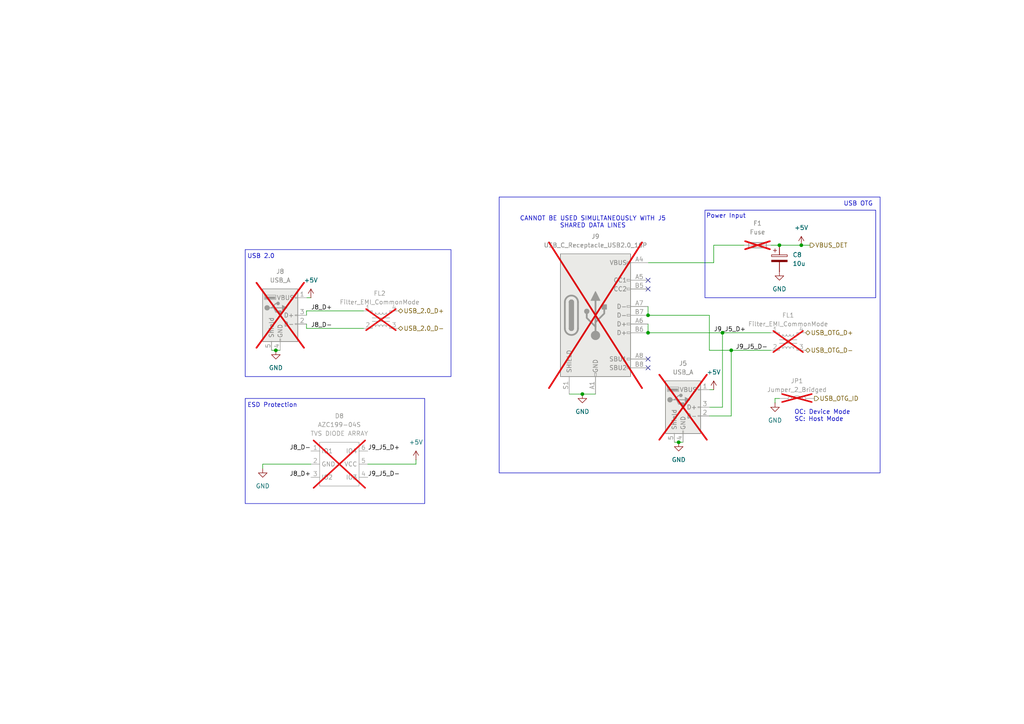
<source format=kicad_sch>
(kicad_sch (version 20250114) (generator "eeschema") (generator_version "9.0")
  (paper "A4")
  (title_block (title "LTE Link") (rev "v0.1") (company "UBCO Aerospace") (comment 1 "Author: Felix Perron"))
  (lib_symbols
    (symbol "Connector:USB_A" (pin_names (offset 1.016))
      (property "Reference" "J5" (at 0 12.7 0))
      (property "Value" "USB_A" (at 0 10.16 0))
      (symbol "USB_A_0_1"
        (rectangle (start -5.08 -7.62) (end 5.08 7.62) (stroke (width 0.254)) (fill (type background)))
        (circle (center -3.81 2.159) (radius 0.635) (stroke (width 0.254)) (fill (type outline)))
        (polyline (pts (xy -3.175 2.159) (xy -2.54 2.159) (xy -1.27 3.429) (xy -0.635 3.429)) (stroke (width 0.254)))
        (polyline (pts (xy -2.54 2.159) (xy -1.905 2.159) (xy -1.27 0.889) (xy 0 0.889)) (stroke (width 0.254)))
        (rectangle (start -1.524 4.826) (end -4.318 5.334) (fill (type outline)))
        (rectangle (start -1.27 4.572) (end -4.572 5.842))
        (circle (center -0.635 3.429) (radius 0.381) (stroke (width 0.254)) (fill (type outline)))
        (rectangle (start -0.127 -7.62) (end 0.127 -6.858))
        (rectangle (start 0.254 1.27) (end -0.508 0.508) (stroke (width 0.254)) (fill (type outline)))
        (polyline (pts (xy 0.635 2.794) (xy 0.635 1.524) (xy 1.905 2.159) (xy 0.635 2.794)) (stroke (width 0.254)) (fill (type outline)))
        (rectangle (start 5.08 4.953) (end 4.318 5.207))
        (rectangle (start 5.08 -0.127) (end 4.318 0.127))
        (rectangle (start 5.08 -2.667) (end 4.318 -2.413))
      )
      (symbol "USB_A_1_1"
        (polyline (pts (xy -1.905 2.159) (xy 0.635 2.159)) (stroke (width 0.254)))
        (pin passive line (at -2.54 -10.16 90) (length 2.54) (name "Shield") (number "5"))
        (pin power_in line (at 0 -10.16 90) (length 2.54) (name "GND") (number "4"))
        (pin power_in line (at 7.62 5.08 180) (length 2.54) (name "VBUS") (number "1"))
        (pin bidirectional line (at 7.62 0 180) (length 2.54) (name "D+") (number "3"))
        (pin bidirectional line (at 7.62 -2.54 180) (length 2.54) (name "D-") (number "2"))
      )
    )
    (symbol "Connector:USB_C_Receptacle_USB2.0_16P" (pin_names (offset 1.016))
      (property "Reference" "J9" (at 0 22.86 0))
      (property "Value" "USB_C_Receptacle_USB2.0_16P" (at 0 20.32 0))
      (symbol "USB_C_Receptacle_USB2.0_16P_0_0"
        (rectangle (start -0.254 -17.78) (end 0.254 -16.764))
        (rectangle (start 10.16 15.494) (end 9.144 14.986))
        (rectangle (start 10.16 10.414) (end 9.144 9.906))
        (rectangle (start 10.16 7.874) (end 9.144 7.366))
        (rectangle (start 10.16 2.794) (end 9.144 2.286))
        (rectangle (start 10.16 0.254) (end 9.144 -0.254))
        (rectangle (start 10.16 -2.286) (end 9.144 -2.794))
        (rectangle (start 10.16 -4.826) (end 9.144 -5.334))
        (rectangle (start 10.16 -12.446) (end 9.144 -12.954))
        (rectangle (start 10.16 -14.986) (end 9.144 -15.494))
      )
      (symbol "USB_C_Receptacle_USB2.0_16P_0_1"
        (rectangle (start -10.16 17.78) (end 10.16 -17.78) (stroke (width 0.254)) (fill (type background)))
        (polyline (pts (xy -8.89 -3.81) (xy -8.89 3.81)) (stroke (width 0.508)))
        (rectangle (start -7.62 -3.81) (end -6.35 3.81) (stroke (width 0.254)) (fill (type outline)))
        (arc (start -7.62 3.81) (mid -6.985 4.4423) (end -6.35 3.81) (stroke (width 0.254)))
        (arc (start -7.62 3.81) (mid -6.985 4.4423) (end -6.35 3.81) (stroke (width 0.254)) (fill (type outline)))
        (arc (start -8.89 3.81) (mid -6.985 5.7067) (end -5.08 3.81) (stroke (width 0.508)))
        (arc (start -5.08 -3.81) (mid -6.985 -5.7067) (end -8.89 -3.81) (stroke (width 0.508)))
        (arc (start -6.35 -3.81) (mid -6.985 -4.4423) (end -7.62 -3.81) (stroke (width 0.254)))
        (arc (start -6.35 -3.81) (mid -6.985 -4.4423) (end -7.62 -3.81) (stroke (width 0.254)) (fill (type outline)))
        (polyline (pts (xy -5.08 3.81) (xy -5.08 -3.81)) (stroke (width 0.508)))
        (circle (center -2.54 1.143) (radius 0.635) (stroke (width 0.254)) (fill (type outline)))
        (polyline (pts (xy -1.27 4.318) (xy 0 6.858) (xy 1.27 4.318) (xy -1.27 4.318)) (stroke (width 0.254)) (fill (type outline)))
        (polyline (pts (xy 0 -2.032) (xy 2.54 0.508) (xy 2.54 1.778)) (stroke (width 0.508)))
        (polyline (pts (xy 0 -3.302) (xy -2.54 -0.762) (xy -2.54 0.508)) (stroke (width 0.508)))
        (polyline (pts (xy 0 -5.842) (xy 0 4.318)) (stroke (width 0.508)))
        (circle (center 0 -5.842) (radius 1.27) (fill (type outline)))
        (rectangle (start 1.905 1.778) (end 3.175 3.048) (stroke (width 0.254)) (fill (type outline)))
      )
      (symbol "USB_C_Receptacle_USB2.0_16P_1_1"
        (pin passive line (at -7.62 -22.86 90) (length 5.08) (name "SHIELD") (number "S1"))
        (pin passive line (at 0 -22.86 90) (length 5.08) (name "GND") (number "A1"))
        (pin passive line (at 15.24 15.24 180) (length 5.08) (name "VBUS") (number "A4"))
        (pin bidirectional line (at 15.24 10.16 180) (length 5.08) (name "CC1") (number "A5"))
        (pin bidirectional line (at 15.24 7.62 180) (length 5.08) (name "CC2") (number "B5"))
        (pin bidirectional line (at 15.24 2.54 180) (length 5.08) (name "D-") (number "A7"))
        (pin bidirectional line (at 15.24 0 180) (length 5.08) (name "D-") (number "B7"))
        (pin bidirectional line (at 15.24 -2.54 180) (length 5.08) (name "D+") (number "A6"))
        (pin bidirectional line (at 15.24 -5.08 180) (length 5.08) (name "D+") (number "B6"))
        (pin bidirectional line (at 15.24 -12.7 180) (length 5.08) (name "SBU1") (number "A8"))
        (pin bidirectional line (at 15.24 -15.24 180) (length 5.08) (name "SBU2") (number "B8"))
      )
    )
    (symbol "Device:C_Polarized" (pin_numbers (hide yes)) (pin_names (offset 0.254))
      (property "Reference" "C" (at 0.635 2.54 0))
      (property "Value" "C_Polarized" (at 0.635 -2.54 0))
      (symbol "C_Polarized_0_1"
        (rectangle (start -2.286 0.508) (end 2.286 1.016))
        (polyline (pts (xy -1.778 2.286) (xy -0.762 2.286)))
        (polyline (pts (xy -1.27 2.794) (xy -1.27 1.778)))
        (rectangle (start 2.286 -0.508) (end -2.286 -1.016) (fill (type outline)))
      )
      (symbol "C_Polarized_1_1"
        (pin passive line (at 0 3.81 270) (length 2.794) (name "~") (number "1"))
        (pin passive line (at 0 -3.81 90) (length 2.794) (name "~") (number "2"))
      )
    )
    (symbol "Device:Fuse" (pin_numbers (hide yes)) (pin_names (offset 0))
      (property "Reference" "F" (at 2.032 0 90))
      (property "Value" "Fuse" (at -1.905 0 90))
      (symbol "Fuse_0_1"
        (rectangle (start -0.762 -2.54) (end 0.762 2.54) (stroke (width 0.254)))
        (polyline (pts (xy 0 2.54) (xy 0 -2.54)))
      )
      (symbol "Fuse_1_1"
        (pin passive line (at 0 3.81 270) (length 1.27) (name "~") (number "1"))
        (pin passive line (at 0 -3.81 90) (length 1.27) (name "~") (number "2"))
      )
    )
    (symbol "Filter_EMI_CommonMode_1" (pin_names (offset 0.254) (hide yes))
      (property "Reference" "FL2" (at -0.381 7.62 0))
      (property "Value" "Filter_EMI_CommonMode" (at -0.381 5.08 0))
      (symbol "Filter_EMI_CommonMode_1_0_1"
        (polyline (pts (xy -2.54 2.032) (xy -2.54 2.54)))
        (polyline (pts (xy -2.54 0.508) (xy 2.54 0.508)))
        (polyline (pts (xy -2.54 -2.032) (xy -2.54 -2.54)))
        (arc (start -1.524 2.032) (mid -2.032 1.5262) (end -2.54 2.032))
        (arc (start -2.54 -2.032) (mid -2.032 -1.5262) (end -1.524 -2.032))
        (arc (start -0.508 2.032) (mid -1.016 1.5262) (end -1.524 2.032))
        (arc (start -1.524 -2.032) (mid -1.016 -1.5262) (end -0.508 -2.032))
        (arc (start 0.508 2.032) (mid 0 1.5262) (end -0.508 2.032))
        (arc (start -0.508 -2.032) (mid 0 -1.5262) (end 0.508 -2.032))
        (arc (start 1.524 2.032) (mid 1.016 1.5262) (end 0.508 2.032))
        (arc (start 0.508 -2.032) (mid 1.016 -1.5262) (end 1.524 -2.032))
        (arc (start 2.54 2.032) (mid 2.032 1.5262) (end 1.524 2.032))
        (arc (start 1.524 -2.032) (mid 2.032 -1.5262) (end 2.54 -2.032))
        (polyline (pts (xy 2.54 2.54) (xy 2.54 2.032)))
        (polyline (pts (xy 2.54 -0.508) (xy -2.54 -0.508)))
        (polyline (pts (xy 2.54 -2.032) (xy 2.54 -2.54)))
      )
      (symbol "Filter_EMI_CommonMode_1_1_1"
        (pin passive line (at -5.08 2.54 0) (length 2.54) (name "1") (number "1"))
        (pin passive line (at -5.08 -2.54 0) (length 2.54) (name "2") (number "2"))
        (pin passive line (at 5.08 2.54 180) (length 2.54) (name "4") (number "4"))
        (pin passive line (at 5.08 -2.54 180) (length 2.54) (name "3") (number "3"))
      )
    )
    (symbol "Jumper:Jumper_2_Bridged" (pin_numbers (hide yes)) (pin_names (offset 0) (hide yes))
      (property "Reference" "JP" (at 0 1.905 0))
      (property "Value" "Jumper_2_Bridged" (at 0 -2.54 0))
      (symbol "Jumper_2_Bridged_0_0"
        (circle (center -2.032 0) (radius 0.508))
        (circle (center 2.032 0) (radius 0.508))
      )
      (symbol "Jumper_2_Bridged_0_1"
        (arc (start -1.524 0.254) (mid 0 0.762) (end 1.524 0.254))
      )
      (symbol "Jumper_2_Bridged_1_1"
        (pin passive line (at -5.08 0 0) (length 2.54) (name "A") (number "1"))
        (pin passive line (at 5.08 0 180) (length 2.54) (name "B") (number "2"))
      )
    )
    (symbol "LTELink:TVS DIODE ARRAY"
      (property "Reference" "D" (at -3.302 0 0))
      (property "Value" "AZC199-04S" (at 2.54 -18.542 0))
      (property "Description" "TVS DIODE ARRAY" (at 4.572 -16.002 0))
      (symbol "TVS DIODE ARRAY_0_0"
        (pin input line (at -6.35 -3.81 0) (length 2.54) (name "IO1") (number "1"))
      )
      (symbol "TVS DIODE ARRAY_0_1"
        (rectangle (start -3.81 -1.27) (end 7.62 -13.97))
      )
      (symbol "TVS DIODE ARRAY_1_0"
        (pin power_in line (at -6.35 -7.62 0) (length 2.54) (name "GND") (number "2"))
        (pin input line (at -6.35 -11.43 0) (length 2.54) (name "IO2") (number "3"))
        (pin input line (at 10.16 -3.81 180) (length 2.54) (name "IO4") (number "6"))
        (pin power_in line (at 10.16 -7.62 180) (length 2.54) (name "VCC") (number "5"))
        (pin input line (at 10.16 -11.43 180) (length 2.54) (name "IO3") (number "4"))
      )
    )
    (symbol "power:+5V" (power) (pin_numbers (hide yes)) (pin_names (offset 0) (hide yes))
      (property "Value" "+5V" (at 0 3.556 0))
      (symbol "+5V_0_1"
        (polyline (pts (xy -0.762 1.27) (xy 0 2.54)))
        (polyline (pts (xy 0 2.54) (xy 0.762 1.27)))
        (polyline (pts (xy 0 0) (xy 0 2.54)))
      )
      (symbol "+5V_1_1"
        (pin power_in line (at 0 0 90) (length 0) (name "~") (number "1"))
      )
    )
    (symbol "power:GND" (power) (pin_numbers (hide yes)) (pin_names (offset 0) (hide yes))
      (property "Value" "GND" (at 0 -3.81 0))
      (symbol "GND_0_1"
        (polyline (pts (xy 0 0) (xy 0 -1.27) (xy 1.27 -1.27) (xy 0 -2.54) (xy -1.27 -1.27) (xy 0 -1.27)))
      )
      (symbol "GND_1_1"
        (pin power_in line (at 0 0 270) (length 0) (name "~") (number "1"))
      )
    )
  )
  (rectangle (start 204.47 60.96) (end 254 86.36))
  (rectangle (start 71.12 72.39) (end 130.81 109.22))
  (rectangle (start 144.78 57.15) (end 255.27 137.16))
  (rectangle (start 71.12 115.57) (end 123.19 146.05))
  (text "USB OTG" (at 248.92 59.182 0) (effects (font (size 1.27 1.27))))
  (text "USB 2.0" (at 75.692 74.422 0) (effects (font (size 1.27 1.27))))
  (text "ESD Protection" (at 78.994 117.602 0) (effects (font (size 1.27 1.27))))
  (text "Power Input" (at 210.566 62.738 0) (effects (font (size 1.27 1.27))))
  (text "OC: Device Mode\nSC: Host Mode" (at 230.378 120.65 0) (effects (font (size 1.27 1.27)) (justify left)))
  (text "CANNOT BE USED SIMULTANEOUSLY WITH J5\nSHARED DATA LINES" (at 171.958 64.516 0) (effects (font (size 1.27 1.27))))
  (junction (at 209.55 96.52))
  (junction (at 232.41 71.12))
  (junction (at 187.96 96.52))
  (junction (at 226.06 71.12))
  (junction (at 196.85 128.27))
  (junction (at 212.09 101.6))
  (junction (at 168.91 114.3))
  (junction (at 80.01 101.6))
  (junction (at 187.96 91.44))
  (no_connect (at 187.96 106.68))
  (no_connect (at 187.96 104.14))
  (no_connect (at 187.96 83.82))
  (no_connect (at 187.96 81.28))
  (wire (pts (xy 88.9 90.17) (xy 88.9 91.44)))
  (wire (pts (xy 187.96 91.44) (xy 205.74 91.44)))
  (wire (pts (xy 78.74 101.6) (xy 80.01 101.6)))
  (wire (pts (xy 168.91 114.3) (xy 172.72 114.3)))
  (wire (pts (xy 90.17 86.36) (xy 88.9 86.36)))
  (wire (pts (xy 165.1 114.3) (xy 168.91 114.3)))
  (wire (pts (xy 76.2 134.62) (xy 90.17 134.62)))
  (wire (pts (xy 88.9 95.25) (xy 88.9 93.98)))
  (wire (pts (xy 207.01 113.03) (xy 205.74 113.03)))
  (wire (pts (xy 226.06 71.12) (xy 232.41 71.12)))
  (wire (pts (xy 205.74 91.44) (xy 205.74 101.6)))
  (wire (pts (xy 226.06 115.57) (xy 224.79 115.57)))
  (wire (pts (xy 209.55 118.11) (xy 209.55 96.52)))
  (wire (pts (xy 212.09 120.65) (xy 212.09 101.6)))
  (wire (pts (xy 209.55 96.52) (xy 223.52 96.52)))
  (wire (pts (xy 205.74 101.6) (xy 212.09 101.6)))
  (wire (pts (xy 205.74 120.65) (xy 212.09 120.65)))
  (wire (pts (xy 187.96 88.9) (xy 187.96 91.44)))
  (wire (pts (xy 105.41 95.25) (xy 88.9 95.25)))
  (wire (pts (xy 106.68 134.62) (xy 120.65 134.62)))
  (wire (pts (xy 80.01 101.6) (xy 81.28 101.6)))
  (wire (pts (xy 205.74 118.11) (xy 209.55 118.11)))
  (wire (pts (xy 224.79 115.57) (xy 224.79 116.84)))
  (wire (pts (xy 120.65 134.62) (xy 120.65 133.35)))
  (wire (pts (xy 88.9 90.17) (xy 105.41 90.17)))
  (wire (pts (xy 232.41 71.12) (xy 234.95 71.12)))
  (wire (pts (xy 187.96 96.52) (xy 209.55 96.52)))
  (wire (pts (xy 187.96 93.98) (xy 187.96 96.52)))
  (wire (pts (xy 76.2 135.89) (xy 76.2 134.62)))
  (wire (pts (xy 195.58 128.27) (xy 196.85 128.27)))
  (wire (pts (xy 212.09 101.6) (xy 223.52 101.6)))
  (wire (pts (xy 196.85 128.27) (xy 198.12 128.27)))
  (wire (pts (xy 223.52 71.12) (xy 226.06 71.12)))
  (wire (pts (xy 207.01 76.2) (xy 207.01 71.12)))
  (wire (pts (xy 187.96 76.2) (xy 207.01 76.2)))
  (wire (pts (xy 207.01 71.12) (xy 215.9 71.12)))
  (label "J9_J5_D-" (at 106.68 138.43 0))
  (label "J8_D+" (at 90.17 138.43 180))
  (label "J8_D-" (at 90.17 130.81 180))
  (label "J8_D-" (at 90.17 95.25 0))
  (label "J8_D+" (at 90.17 90.17 0))
  (label "J9_J5_D-" (at 213.36 101.6 0))
  (label "J9_J5_D+" (at 207.01 96.52 0))
  (label "J9_J5_D+" (at 106.68 130.81 0))
  (hierarchical_label "USB_2.0_D-" (shape bidirectional) (at 115.57 95.25 0))
  (hierarchical_label "USB_2.0_D+" (shape bidirectional) (at 115.57 90.17 0))
  (hierarchical_label "VBUS_DET" (shape output) (at 234.95 71.12 0))
  (hierarchical_label "USB_OTG_ID" (shape output) (at 236.22 115.57 0))
  (hierarchical_label "USB_OTG_D+" (shape bidirectional) (at 233.68 96.52 0))
  (hierarchical_label "USB_OTG_D-" (shape bidirectional) (at 233.68 101.6 0))
  (symbol (lib_id "power:GND") (at 76.2 135.89 0) (unit 1)
    (property "Reference" "#PWR058" (effects (hide yes)))
    (property "Value" "GND" (at 76.2 140.97 0))
    (property "Description" "Power symbol creates a global label with name \"GND\" , ground" (effects (hide yes)))
  )
  (symbol (lib_id "Connector:USB_C_Receptacle_USB2.0_16P") (at 172.72 91.44 0) (unit 1) (in_bom no) (dnp yes)
    (property "Reference" "J9" (at 172.72 68.58 0))
    (property "Value" "USB_C_Receptacle_USB2.0_16P" (at 172.72 71.12 0))
    (property "Footprint" "LTELink:USB-C-SMD_G-SWITCH_GT-USB-7010ASV" (effects (hide yes)))
    (property "Datasheet" "https://www.usb.org/sites/default/files/documents/usb_type-c.zip" (effects (hide yes)))
    (property "Description" "USB 2.0-only 16P Type-C Receptacle connector" (effects (hide yes)))
  )
  (symbol (lib_name "Filter_EMI_CommonMode_1") (lib_id "Device:Filter_EMI_CommonMode") (at 228.6 99.06 0) (unit 1) (in_bom no) (dnp yes)
    (property "Reference" "FL1" (at 228.6 91.44 0))
    (property "Value" "Filter_EMI_CommonMode" (at 228.6 93.98 0))
    (property "Footprint" "LTELink:FILTER-SMD_4P-L4.5-W3.2-TL_ACT45B" (effects (hide yes)))
    (property "Datasheet" "https://www.lcsc.com/datasheet/C88055.pdf" (effects (hide yes)))
    (property "Description" "EMI 2-inductor common mode filter" (effects (hide yes)))
  )
  (symbol (lib_id "power:+5V") (at 207.01 113.03 0) (unit 1)
    (property "Reference" "#PWR057" (effects (hide yes)))
    (property "Value" "+5V" (at 207.01 107.95 0))
    (property "Description" "Power symbol creates a global label with name \"+5V\"" (effects (hide yes)))
  )
  (symbol (lib_name "Filter_EMI_CommonMode_1") (lib_id "Device:Filter_EMI_CommonMode") (at 110.49 92.71 0) (unit 1) (in_bom no) (dnp yes)
    (property "Reference" "FL2" (at 110.109 85.09 0))
    (property "Value" "Filter_EMI_CommonMode" (at 110.109 87.63 0))
    (property "Footprint" "LTELink:FILTER-SMD_4P-L4.5-W3.2-TL_ACT45B" (effects (hide yes)))
    (property "Datasheet" "https://www.lcsc.com/datasheet/C88055.pdf" (effects (hide yes)))
    (property "Description" "EMI 2-inductor common mode filter" (effects (hide yes)))
  )
  (symbol (lib_id "Connector:USB_A") (at 81.28 91.44 0) (unit 1) (in_bom no) (dnp yes)
    (property "Reference" "J8" (at 81.28 78.74 0))
    (property "Value" "USB_A" (at 81.28 81.28 0))
    (property "Footprint" "LTELink:902131A1011D10100" (effects (hide yes)))
    (property "Description" "USB Type A connector" (effects (hide yes)))
  )
  (symbol (lib_id "Device:Fuse") (at 219.71 71.12 90) (unit 1) (in_bom no) (dnp yes)
    (property "Reference" "F1" (at 219.71 64.77 90))
    (property "Value" "Fuse" (at 219.71 67.31 90))
    (property "Footprint" "LTELink:F1206" (effects (hide yes)))
    (property "Description" "Fuse" (effects (hide yes)))
  )
  (symbol (lib_id "Connector:USB_A") (at 198.12 118.11 0) (unit 1) (in_bom no) (dnp yes)
    (property "Reference" "J5" (at 198.12 105.41 0))
    (property "Value" "USB_A" (at 198.12 107.95 0))
    (property "Footprint" "LTELink:902131A1011D10100" (effects (hide yes)))
    (property "Description" "USB Type A connector" (effects (hide yes)))
  )
  (symbol (lib_id "power:+5V") (at 232.41 71.12 0) (unit 1)
    (property "Reference" "#PWR065" (effects (hide yes)))
    (property "Value" "+5V" (at 232.41 66.04 0))
    (property "Description" "Power symbol creates a global label with name \"+5V\"" (effects (hide yes)))
  )
  (symbol (lib_id "power:GND") (at 226.06 78.74 0) (unit 1)
    (property "Reference" "#PWR064" (effects (hide yes)))
    (property "Value" "GND" (at 226.06 83.82 0))
    (property "Description" "Power symbol creates a global label with name \"GND\" , ground" (effects (hide yes)))
  )
  (symbol (lib_id "power:+5V") (at 120.65 133.35 0) (unit 1)
    (property "Reference" "#PWR066" (effects (hide yes)))
    (property "Value" "+5V" (at 120.65 128.27 0))
    (property "Description" "Power symbol creates a global label with name \"+5V\"" (effects (hide yes)))
  )
  (symbol (lib_id "Jumper:Jumper_2_Bridged") (at 231.14 115.57 0) (unit 1) (in_bom no) (dnp yes)
    (property "Reference" "JP1" (at 231.14 110.49 0))
    (property "Value" "Jumper_2_Bridged" (at 231.14 113.03 0))
    (property "Footprint" "Connector_PinHeader_1.00mm:PinHeader_1x02_P1.00mm_Vertical" (effects (hide yes)))
    (property "Description" "Jumper, 2-pole, closed/bridged" (effects (hide yes)))
  )
  (symbol (lib_id "power:+5V") (at 90.17 86.36 0) (unit 1)
    (property "Reference" "#PWR053" (effects (hide yes)))
    (property "Value" "+5V" (at 90.17 81.28 0))
    (property "Description" "Power symbol creates a global label with name \"+5V\"" (effects (hide yes)))
  )
  (symbol (lib_id "power:GND") (at 80.01 101.6 0) (unit 1)
    (property "Reference" "#PWR052" (effects (hide yes)))
    (property "Value" "GND" (at 80.01 106.68 0))
    (property "Description" "Power symbol creates a global label with name \"GND\" , ground" (effects (hide yes)))
  )
  (symbol (lib_id "LTELink:TVS DIODE ARRAY") (at 96.52 127 0) (unit 1) (in_bom no) (dnp yes)
    (property "Reference" "D8" (at 98.425 120.65 0))
    (property "Value" "AZC199-04S" (at 98.425 123.19 0))
    (property "Footprint" "Package_TO_SOT_SMD:SOT-23-6_Handsoldering" (effects (hide yes)))
    (property "Datasheet" "https://www.lcsc.com/datasheet/C2901321.pdf" (effects (hide yes)))
    (property "Description" "TVS DIODE ARRAY" (at 98.425 125.73 0))
  )
  (symbol (lib_id "power:GND") (at 168.91 114.3 0) (unit 1)
    (property "Reference" "#PWR062" (effects (hide yes)))
    (property "Value" "GND" (at 168.91 119.38 0))
    (property "Description" "Power symbol creates a global label with name \"GND\" , ground" (effects (hide yes)))
  )
  (symbol (lib_id "Device:C_Polarized") (at 226.06 74.93 0) (unit 1)
    (property "Reference" "C8" (at 229.87 73.914 0) (effects (justify left)))
    (property "Value" "10u" (at 229.87 76.454 0) (effects (justify left)))
    (property "Footprint" "Capacitor_SMD:C_0603_1608Metric" (effects (hide yes)))
    (property "Description" "Polarized capacitor" (effects (hide yes)))
    (property "Part Number" "CL10A106KP8NNNC" (effects (hide yes)))
  )
  (symbol (lib_id "power:GND") (at 224.79 116.84 0) (unit 1)
    (property "Reference" "#PWR063" (effects (hide yes)))
    (property "Value" "GND" (at 224.79 121.92 0))
    (property "Description" "Power symbol creates a global label with name \"GND\" , ground" (effects (hide yes)))
  )
  (symbol (lib_id "power:GND") (at 196.85 128.27 0) (unit 1)
    (property "Reference" "#PWR056" (effects (hide yes)))
    (property "Value" "GND" (at 196.85 133.35 0))
    (property "Description" "Power symbol creates a global label with name \"GND\" , ground" (effects (hide yes)))
  )
)
</source>
